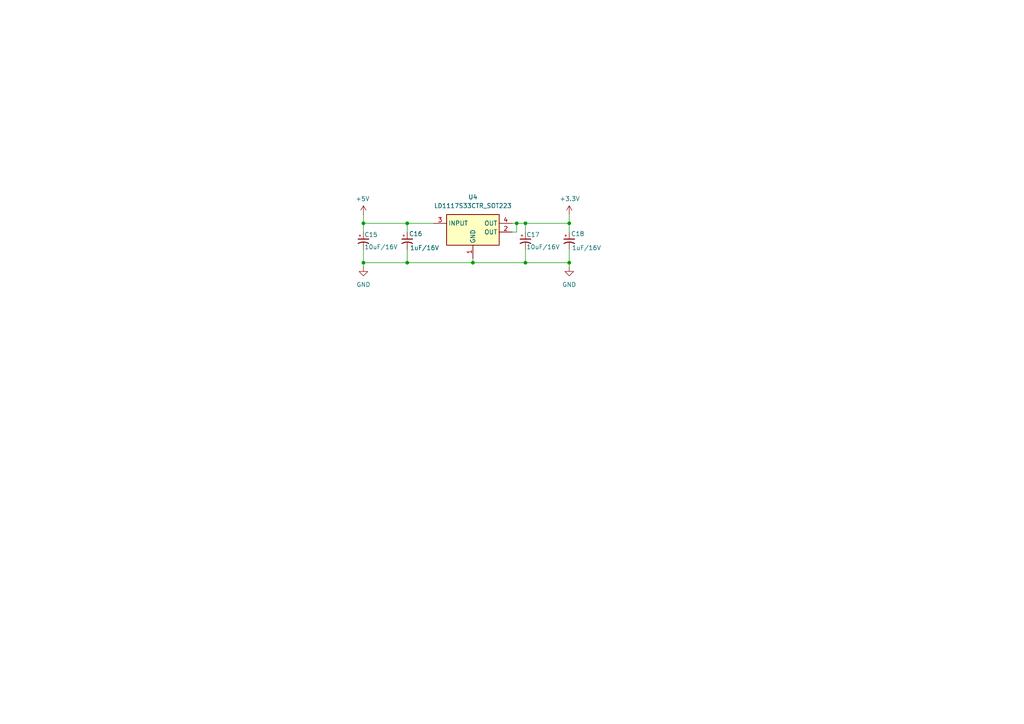
<source format=kicad_sch>
(kicad_sch
	(version 20231120)
	(generator "eeschema")
	(generator_version "8.0")
	(uuid "8fe191b0-cfb3-483a-88a9-439561f1b2d8")
	(paper "A4")
	(lib_symbols
		(symbol "charge_battery_sym_lib:Cap_Tantalum_10uF_16V"
			(pin_numbers hide)
			(pin_names
				(offset 1.016) hide)
			(exclude_from_sim no)
			(in_bom yes)
			(on_board yes)
			(property "Reference" "C"
				(at 0 3.81 0)
				(effects
					(font
						(size 1.27 1.27)
					)
					(justify left bottom)
				)
			)
			(property "Value" "10uF/16V"
				(at 0 -5.08 0)
				(effects
					(font
						(size 1.27 1.27)
					)
					(justify left bottom)
				)
			)
			(property "Footprint" "charge_battery_footprint_lib:Tan_Cap_A"
				(at -5.08 9.398 0)
				(effects
					(font
						(size 1.27 1.27)
					)
					(justify bottom)
					(hide yes)
				)
			)
			(property "Datasheet" ""
				(at 5.08 0 0)
				(effects
					(font
						(size 1.27 1.27)
					)
					(hide yes)
				)
			)
			(property "Description" "TAJA105K016RNJ"
				(at -3.048 9.906 0)
				(effects
					(font
						(size 1.27 1.27)
					)
					(hide yes)
				)
			)
			(property "Supply name" "Thegioiic"
				(at -3.048 10.668 0)
				(effects
					(font
						(size 1.27 1.27)
					)
					(hide yes)
				)
			)
			(property "Supply part number" "Tụ Tantalum 10uF 16V 2312 TAJC106K016RNJ"
				(at -4.826 10.16 0)
				(effects
					(font
						(size 1.27 1.27)
					)
					(hide yes)
				)
			)
			(property "Supply URL" "https://www.thegioiic.com/tu-tantalum-10uf-16v-2312-tajc106k016rnj"
				(at 0.254 10.668 0)
				(effects
					(font
						(size 1.27 1.27)
					)
					(hide yes)
				)
			)
			(symbol "Cap_Tantalum_10uF_16V_0_1"
				(polyline
					(pts
						(xy 1.016 -1.27) (xy 1.016 -0.762)
					)
					(stroke
						(width 0)
						(type default)
					)
					(fill
						(type none)
					)
				)
				(polyline
					(pts
						(xy 1.27 -1.016) (xy 0.762 -1.016)
					)
					(stroke
						(width 0)
						(type default)
					)
					(fill
						(type none)
					)
				)
				(polyline
					(pts
						(xy 2.032 -1.524) (xy 2.032 1.524)
					)
					(stroke
						(width 0.3048)
						(type default)
					)
					(fill
						(type none)
					)
				)
				(arc
					(start 3.302 1.524)
					(mid 2.9134 0)
					(end 3.302 -1.524)
					(stroke
						(width 0.3048)
						(type default)
					)
					(fill
						(type none)
					)
				)
			)
			(symbol "Cap_Tantalum_10uF_16V_1_1"
				(pin passive line
					(at 0 0 0)
					(length 2.032)
					(name "~"
						(effects
							(font
								(size 1.27 1.27)
							)
						)
					)
					(number "1"
						(effects
							(font
								(size 1.27 1.27)
							)
						)
					)
				)
				(pin passive line
					(at 5.08 0 180)
					(length 2.032)
					(name "~"
						(effects
							(font
								(size 1.27 1.27)
							)
						)
					)
					(number "2"
						(effects
							(font
								(size 1.27 1.27)
							)
						)
					)
				)
			)
		)
		(symbol "charge_battery_sym_lib:Cap_Tantalum_1uF_16V"
			(pin_numbers hide)
			(pin_names
				(offset 1.016) hide)
			(exclude_from_sim no)
			(in_bom yes)
			(on_board yes)
			(property "Reference" "C"
				(at 0 3.81 0)
				(effects
					(font
						(size 1.27 1.27)
					)
					(justify left bottom)
				)
			)
			(property "Value" "1uF/16V"
				(at 0 -5.08 0)
				(effects
					(font
						(size 1.27 1.27)
					)
					(justify left bottom)
				)
			)
			(property "Footprint" "charge_battery_footprint_lib:Tan_Cap_A"
				(at -3.81 10.16 0)
				(effects
					(font
						(size 1.27 1.27)
					)
					(justify bottom)
					(hide yes)
				)
			)
			(property "Datasheet" ""
				(at 5.08 0 0)
				(effects
					(font
						(size 1.27 1.27)
					)
					(hide yes)
				)
			)
			(property "Description" "TAJA105K016RNJ"
				(at -11.938 9.652 0)
				(effects
					(font
						(size 1.27 1.27)
					)
					(hide yes)
				)
			)
			(property "Supply name" "Thegioiic"
				(at -8.382 9.652 0)
				(effects
					(font
						(size 1.27 1.27)
					)
					(hide yes)
				)
			)
			(property "Supply part number" "Tụ Tantalum 1uF 16V 1206 TAJA105K016RNJ"
				(at -3.81 10.16 0)
				(effects
					(font
						(size 1.27 1.27)
					)
					(hide yes)
				)
			)
			(property "Supply URL" "https://www.thegioiic.com/tu-tantalum-1uf-16v-1206-taja105k016rnj"
				(at -3.81 10.16 0)
				(effects
					(font
						(size 1.27 1.27)
					)
					(hide yes)
				)
			)
			(symbol "Cap_Tantalum_1uF_16V_0_1"
				(polyline
					(pts
						(xy 1.016 -1.27) (xy 1.016 -0.762)
					)
					(stroke
						(width 0)
						(type default)
					)
					(fill
						(type none)
					)
				)
				(polyline
					(pts
						(xy 1.27 -1.016) (xy 0.762 -1.016)
					)
					(stroke
						(width 0)
						(type default)
					)
					(fill
						(type none)
					)
				)
				(polyline
					(pts
						(xy 2.032 -1.524) (xy 2.032 1.524)
					)
					(stroke
						(width 0.3048)
						(type default)
					)
					(fill
						(type none)
					)
				)
				(arc
					(start 3.302 1.524)
					(mid 2.9134 0)
					(end 3.302 -1.524)
					(stroke
						(width 0.3048)
						(type default)
					)
					(fill
						(type none)
					)
				)
			)
			(symbol "Cap_Tantalum_1uF_16V_1_1"
				(pin passive line
					(at 0 0 0)
					(length 2.032)
					(name "~"
						(effects
							(font
								(size 1.27 1.27)
							)
						)
					)
					(number "1"
						(effects
							(font
								(size 1.27 1.27)
							)
						)
					)
				)
				(pin passive line
					(at 5.08 0 180)
					(length 2.032)
					(name "~"
						(effects
							(font
								(size 1.27 1.27)
							)
						)
					)
					(number "2"
						(effects
							(font
								(size 1.27 1.27)
							)
						)
					)
				)
			)
		)
		(symbol "charge_battery_sym_lib:LD1117S33CTR_SOT223"
			(exclude_from_sim no)
			(in_bom yes)
			(on_board yes)
			(property "Reference" "U"
				(at 1.524 9.906 0)
				(effects
					(font
						(size 1.27 1.27)
					)
				)
			)
			(property "Value" "LD1117S33CTR_SOT223"
				(at 10.16 -1.778 0)
				(effects
					(font
						(size 1.27 1.27)
					)
					(justify left)
				)
			)
			(property "Footprint" "charge_battery_footprint_lib:SOT-223"
				(at -4.826 16.764 0)
				(effects
					(font
						(size 1.27 1.27)
					)
					(hide yes)
				)
			)
			(property "Datasheet" "https://www.st.com/content/ccc/resource/technical/document/datasheet/99/3b/7d/91/91/51/4b/be/CD00000544.pdf/files/CD00000544.pdf/jcr:content/translations/en.CD00000544.pdf"
				(at 3.81 17.272 0)
				(effects
					(font
						(size 1.27 1.27)
					)
					(hide yes)
				)
			)
			(property "Description" "800mA Fixed Low Drop Positive Voltage Regulator, Fixed Output 3.3V, SOT-223"
				(at -4.826 17.272 0)
				(effects
					(font
						(size 1.27 1.27)
					)
					(hide yes)
				)
			)
			(property "Supply name" "Thegioiic"
				(at 0 17.78 0)
				(effects
					(font
						(size 1.27 1.27)
					)
					(hide yes)
				)
			)
			(property "Supply part number" "LD1117S33CTR IC Ổn Áp 3.3V 800mA SOT-223"
				(at -6.35 17.018 0)
				(effects
					(font
						(size 1.27 1.27)
					)
					(hide yes)
				)
			)
			(property "Supply URL" "https://www.thegioiic.com/ld1117s33ctr-ic-on-ap-3-3v-800ma-sot-223"
				(at -8.89 16.764 0)
				(effects
					(font
						(size 1.27 1.27)
					)
					(hide yes)
				)
			)
			(property "ki_keywords" "REGULATOR LDO 3.3V"
				(at 0 0 0)
				(effects
					(font
						(size 1.27 1.27)
					)
					(hide yes)
				)
			)
			(property "ki_fp_filters" "SOT?223*TabPin2*"
				(at 0 0 0)
				(effects
					(font
						(size 1.27 1.27)
					)
					(hide yes)
				)
			)
			(symbol "LD1117S33CTR_SOT223_1_1"
				(rectangle
					(start 0 8.89)
					(end 15.24 0)
					(stroke
						(width 0.254)
						(type default)
					)
					(fill
						(type background)
					)
				)
				(pin power_in line
					(at 7.62 -3.81 90)
					(length 3.81)
					(name "GND"
						(effects
							(font
								(size 1.27 1.27)
							)
						)
					)
					(number "1"
						(effects
							(font
								(size 1.27 1.27)
							)
						)
					)
				)
				(pin power_in line
					(at 19.05 3.81 180)
					(length 3.81)
					(name "OUT"
						(effects
							(font
								(size 1.27 1.27)
							)
						)
					)
					(number "2"
						(effects
							(font
								(size 1.27 1.27)
							)
						)
					)
				)
				(pin power_in line
					(at -3.81 6.35 0)
					(length 3.81)
					(name "INPUT"
						(effects
							(font
								(size 1.27 1.27)
							)
						)
					)
					(number "3"
						(effects
							(font
								(size 1.27 1.27)
							)
						)
					)
				)
				(pin power_in line
					(at 19.05 6.35 180)
					(length 3.81)
					(name "OUT"
						(effects
							(font
								(size 1.27 1.27)
							)
						)
					)
					(number "4"
						(effects
							(font
								(size 1.27 1.27)
							)
						)
					)
				)
			)
		)
		(symbol "power:+3.3V"
			(power)
			(pin_numbers hide)
			(pin_names
				(offset 0) hide)
			(exclude_from_sim no)
			(in_bom yes)
			(on_board yes)
			(property "Reference" "#PWR"
				(at 0 -3.81 0)
				(effects
					(font
						(size 1.27 1.27)
					)
					(hide yes)
				)
			)
			(property "Value" "+3.3V"
				(at 0 3.556 0)
				(effects
					(font
						(size 1.27 1.27)
					)
				)
			)
			(property "Footprint" ""
				(at 0 0 0)
				(effects
					(font
						(size 1.27 1.27)
					)
					(hide yes)
				)
			)
			(property "Datasheet" ""
				(at 0 0 0)
				(effects
					(font
						(size 1.27 1.27)
					)
					(hide yes)
				)
			)
			(property "Description" "Power symbol creates a global label with name \"+3.3V\""
				(at 0 0 0)
				(effects
					(font
						(size 1.27 1.27)
					)
					(hide yes)
				)
			)
			(property "ki_keywords" "global power"
				(at 0 0 0)
				(effects
					(font
						(size 1.27 1.27)
					)
					(hide yes)
				)
			)
			(symbol "+3.3V_0_1"
				(polyline
					(pts
						(xy -0.762 1.27) (xy 0 2.54)
					)
					(stroke
						(width 0)
						(type default)
					)
					(fill
						(type none)
					)
				)
				(polyline
					(pts
						(xy 0 0) (xy 0 2.54)
					)
					(stroke
						(width 0)
						(type default)
					)
					(fill
						(type none)
					)
				)
				(polyline
					(pts
						(xy 0 2.54) (xy 0.762 1.27)
					)
					(stroke
						(width 0)
						(type default)
					)
					(fill
						(type none)
					)
				)
			)
			(symbol "+3.3V_1_1"
				(pin power_in line
					(at 0 0 90)
					(length 0)
					(name "~"
						(effects
							(font
								(size 1.27 1.27)
							)
						)
					)
					(number "1"
						(effects
							(font
								(size 1.27 1.27)
							)
						)
					)
				)
			)
		)
		(symbol "power:+5V"
			(power)
			(pin_numbers hide)
			(pin_names
				(offset 0) hide)
			(exclude_from_sim no)
			(in_bom yes)
			(on_board yes)
			(property "Reference" "#PWR"
				(at 0 -3.81 0)
				(effects
					(font
						(size 1.27 1.27)
					)
					(hide yes)
				)
			)
			(property "Value" "+5V"
				(at 0 3.556 0)
				(effects
					(font
						(size 1.27 1.27)
					)
				)
			)
			(property "Footprint" ""
				(at 0 0 0)
				(effects
					(font
						(size 1.27 1.27)
					)
					(hide yes)
				)
			)
			(property "Datasheet" ""
				(at 0 0 0)
				(effects
					(font
						(size 1.27 1.27)
					)
					(hide yes)
				)
			)
			(property "Description" "Power symbol creates a global label with name \"+5V\""
				(at 0 0 0)
				(effects
					(font
						(size 1.27 1.27)
					)
					(hide yes)
				)
			)
			(property "ki_keywords" "global power"
				(at 0 0 0)
				(effects
					(font
						(size 1.27 1.27)
					)
					(hide yes)
				)
			)
			(symbol "+5V_0_1"
				(polyline
					(pts
						(xy -0.762 1.27) (xy 0 2.54)
					)
					(stroke
						(width 0)
						(type default)
					)
					(fill
						(type none)
					)
				)
				(polyline
					(pts
						(xy 0 0) (xy 0 2.54)
					)
					(stroke
						(width 0)
						(type default)
					)
					(fill
						(type none)
					)
				)
				(polyline
					(pts
						(xy 0 2.54) (xy 0.762 1.27)
					)
					(stroke
						(width 0)
						(type default)
					)
					(fill
						(type none)
					)
				)
			)
			(symbol "+5V_1_1"
				(pin power_in line
					(at 0 0 90)
					(length 0)
					(name "~"
						(effects
							(font
								(size 1.27 1.27)
							)
						)
					)
					(number "1"
						(effects
							(font
								(size 1.27 1.27)
							)
						)
					)
				)
			)
		)
		(symbol "power:GND"
			(power)
			(pin_numbers hide)
			(pin_names
				(offset 0) hide)
			(exclude_from_sim no)
			(in_bom yes)
			(on_board yes)
			(property "Reference" "#PWR"
				(at 0 -6.35 0)
				(effects
					(font
						(size 1.27 1.27)
					)
					(hide yes)
				)
			)
			(property "Value" "GND"
				(at 0 -3.81 0)
				(effects
					(font
						(size 1.27 1.27)
					)
				)
			)
			(property "Footprint" ""
				(at 0 0 0)
				(effects
					(font
						(size 1.27 1.27)
					)
					(hide yes)
				)
			)
			(property "Datasheet" ""
				(at 0 0 0)
				(effects
					(font
						(size 1.27 1.27)
					)
					(hide yes)
				)
			)
			(property "Description" "Power symbol creates a global label with name \"GND\" , ground"
				(at 0 0 0)
				(effects
					(font
						(size 1.27 1.27)
					)
					(hide yes)
				)
			)
			(property "ki_keywords" "global power"
				(at 0 0 0)
				(effects
					(font
						(size 1.27 1.27)
					)
					(hide yes)
				)
			)
			(symbol "GND_0_1"
				(polyline
					(pts
						(xy 0 0) (xy 0 -1.27) (xy 1.27 -1.27) (xy 0 -2.54) (xy -1.27 -1.27) (xy 0 -1.27)
					)
					(stroke
						(width 0)
						(type default)
					)
					(fill
						(type none)
					)
				)
			)
			(symbol "GND_1_1"
				(pin power_in line
					(at 0 0 270)
					(length 0)
					(name "~"
						(effects
							(font
								(size 1.27 1.27)
							)
						)
					)
					(number "1"
						(effects
							(font
								(size 1.27 1.27)
							)
						)
					)
				)
			)
		)
	)
	(junction
		(at 137.16 76.2)
		(diameter 0)
		(color 0 0 0 0)
		(uuid "238e3dc8-f79f-4e7f-8ffd-e3c610f7e918")
	)
	(junction
		(at 152.4 76.2)
		(diameter 0)
		(color 0 0 0 0)
		(uuid "274464ad-bbf9-46b6-9c34-bee0bd6b26ac")
	)
	(junction
		(at 165.1 76.2)
		(diameter 0)
		(color 0 0 0 0)
		(uuid "327d2fd3-4d22-4fe0-96e1-2046eb3c457e")
	)
	(junction
		(at 165.1 64.77)
		(diameter 0)
		(color 0 0 0 0)
		(uuid "6442e48c-9d75-42aa-b735-06c767f4533e")
	)
	(junction
		(at 118.11 64.77)
		(diameter 0)
		(color 0 0 0 0)
		(uuid "6daf2e2a-5061-4b4e-9b79-c0dfb10175c9")
	)
	(junction
		(at 105.41 64.77)
		(diameter 0)
		(color 0 0 0 0)
		(uuid "950ac461-f124-41fc-9d7f-fdf05df9510e")
	)
	(junction
		(at 149.86 64.77)
		(diameter 0)
		(color 0 0 0 0)
		(uuid "ab659612-48db-49e8-9a18-d42a1316c17b")
	)
	(junction
		(at 152.4 64.77)
		(diameter 0)
		(color 0 0 0 0)
		(uuid "b1b8386a-9d30-45d1-a78d-1293050c08f6")
	)
	(junction
		(at 118.11 76.2)
		(diameter 0)
		(color 0 0 0 0)
		(uuid "c0ec34d7-e70a-4df6-a6af-33ef4d44887d")
	)
	(junction
		(at 105.41 76.2)
		(diameter 0)
		(color 0 0 0 0)
		(uuid "d6df8296-c898-41c9-a8fb-2d5924a39e4b")
	)
	(wire
		(pts
			(xy 165.1 64.77) (xy 165.1 67.31)
		)
		(stroke
			(width 0)
			(type default)
		)
		(uuid "004f0022-acf8-45dd-86fe-0eed1f71ff66")
	)
	(wire
		(pts
			(xy 152.4 64.77) (xy 165.1 64.77)
		)
		(stroke
			(width 0)
			(type default)
		)
		(uuid "041dd2d1-af15-42a6-bbdd-486fe975eb9a")
	)
	(wire
		(pts
			(xy 165.1 76.2) (xy 165.1 77.47)
		)
		(stroke
			(width 0)
			(type default)
		)
		(uuid "059a7594-2c66-48ec-8674-88e1867bae8b")
	)
	(wire
		(pts
			(xy 152.4 72.39) (xy 152.4 76.2)
		)
		(stroke
			(width 0)
			(type default)
		)
		(uuid "0b689c4e-6514-4fba-be7e-e484a46e0aac")
	)
	(wire
		(pts
			(xy 137.16 76.2) (xy 152.4 76.2)
		)
		(stroke
			(width 0)
			(type default)
		)
		(uuid "1a2a131d-9de3-4fc6-9b30-d60f72367fd3")
	)
	(wire
		(pts
			(xy 105.41 62.23) (xy 105.41 64.77)
		)
		(stroke
			(width 0)
			(type default)
		)
		(uuid "284a67b7-5b1c-4044-9c40-00a2615a9392")
	)
	(wire
		(pts
			(xy 165.1 72.39) (xy 165.1 76.2)
		)
		(stroke
			(width 0)
			(type default)
		)
		(uuid "2ade6122-e1e0-499d-b053-1014642e3706")
	)
	(wire
		(pts
			(xy 118.11 64.77) (xy 118.11 67.31)
		)
		(stroke
			(width 0)
			(type default)
		)
		(uuid "344b3744-ceae-49db-bc5b-188c27e459bf")
	)
	(wire
		(pts
			(xy 118.11 76.2) (xy 137.16 76.2)
		)
		(stroke
			(width 0)
			(type default)
		)
		(uuid "3ae1e6a0-d615-4ad6-bba8-bb853e560726")
	)
	(wire
		(pts
			(xy 118.11 72.39) (xy 118.11 76.2)
		)
		(stroke
			(width 0)
			(type default)
		)
		(uuid "3d749c18-ec13-4e9e-a6df-8dd87d67ecaf")
	)
	(wire
		(pts
			(xy 152.4 76.2) (xy 165.1 76.2)
		)
		(stroke
			(width 0)
			(type default)
		)
		(uuid "4126364c-1d7d-4153-a98b-a01ce0f738e6")
	)
	(wire
		(pts
			(xy 105.41 76.2) (xy 105.41 77.47)
		)
		(stroke
			(width 0)
			(type default)
		)
		(uuid "46684781-14a0-4e42-be60-8ba7d65fa9f4")
	)
	(wire
		(pts
			(xy 148.59 64.77) (xy 149.86 64.77)
		)
		(stroke
			(width 0)
			(type default)
		)
		(uuid "4b6b62d5-e01a-418c-97ac-969260ed19a1")
	)
	(wire
		(pts
			(xy 149.86 64.77) (xy 152.4 64.77)
		)
		(stroke
			(width 0)
			(type default)
		)
		(uuid "4fd6b124-f287-4bd1-8d41-0aa3d6a56080")
	)
	(wire
		(pts
			(xy 105.41 64.77) (xy 105.41 67.31)
		)
		(stroke
			(width 0)
			(type default)
		)
		(uuid "5dd209a7-3932-4d61-b203-a774e10f5893")
	)
	(wire
		(pts
			(xy 105.41 64.77) (xy 118.11 64.77)
		)
		(stroke
			(width 0)
			(type default)
		)
		(uuid "7a502e07-b712-479a-977a-f73b20d30c8f")
	)
	(wire
		(pts
			(xy 149.86 64.77) (xy 149.86 67.31)
		)
		(stroke
			(width 0)
			(type default)
		)
		(uuid "7b59d29c-39aa-42a1-9339-fd99ab2d3db6")
	)
	(wire
		(pts
			(xy 125.73 64.77) (xy 118.11 64.77)
		)
		(stroke
			(width 0)
			(type default)
		)
		(uuid "ac89821e-201c-49b0-9728-cc6ebde54067")
	)
	(wire
		(pts
			(xy 152.4 64.77) (xy 152.4 67.31)
		)
		(stroke
			(width 0)
			(type default)
		)
		(uuid "aed212a3-dbe9-4e7d-b8f9-dd31d5b1c518")
	)
	(wire
		(pts
			(xy 105.41 72.39) (xy 105.41 76.2)
		)
		(stroke
			(width 0)
			(type default)
		)
		(uuid "b726951e-2343-4503-89f6-874b99719590")
	)
	(wire
		(pts
			(xy 165.1 62.23) (xy 165.1 64.77)
		)
		(stroke
			(width 0)
			(type default)
		)
		(uuid "c83d7769-4d7e-4d7f-8aad-88f99fc33ea4")
	)
	(wire
		(pts
			(xy 105.41 76.2) (xy 118.11 76.2)
		)
		(stroke
			(width 0)
			(type default)
		)
		(uuid "debd6afa-459b-492b-962c-1ed06c358617")
	)
	(wire
		(pts
			(xy 148.59 67.31) (xy 149.86 67.31)
		)
		(stroke
			(width 0)
			(type default)
		)
		(uuid "ee5be345-9ce0-4dfb-b682-01a10d2a1bd5")
	)
	(wire
		(pts
			(xy 137.16 74.93) (xy 137.16 76.2)
		)
		(stroke
			(width 0)
			(type default)
		)
		(uuid "eee2782e-eaac-4448-b12e-b7bd8bb9fca2")
	)
	(symbol
		(lib_id "charge_battery_sym_lib:Cap_Tantalum_10uF_16V")
		(at 105.41 67.31 270)
		(unit 1)
		(exclude_from_sim no)
		(in_bom yes)
		(on_board yes)
		(dnp no)
		(uuid "209b0f1f-b0d5-4b00-b99d-14bf1df4713b")
		(property "Reference" "C15"
			(at 105.664 68.072 90)
			(effects
				(font
					(size 1.27 1.27)
				)
				(justify left)
			)
		)
		(property "Value" "10uF/16V"
			(at 105.664 71.628 90)
			(effects
				(font
					(size 1.27 1.27)
				)
				(justify left)
			)
		)
		(property "Footprint" "charge_battery_footprint_lib:Tan_Cap_A"
			(at 114.808 62.23 0)
			(effects
				(font
					(size 1.27 1.27)
				)
				(justify bottom)
				(hide yes)
			)
		)
		(property "Datasheet" ""
			(at 105.41 72.39 0)
			(effects
				(font
					(size 1.27 1.27)
				)
				(hide yes)
			)
		)
		(property "Description" "TAJA105K016RNJ"
			(at 115.316 64.262 0)
			(effects
				(font
					(size 1.27 1.27)
				)
				(hide yes)
			)
		)
		(property "Supply name" "Thegioiic"
			(at 116.078 64.262 0)
			(effects
				(font
					(size 1.27 1.27)
				)
				(hide yes)
			)
		)
		(property "Supply part number" "Tụ Tantalum 10uF 16V 2312 TAJC106K016RNJ"
			(at 115.57 62.484 0)
			(effects
				(font
					(size 1.27 1.27)
				)
				(hide yes)
			)
		)
		(property "Supply URL" "https://www.thegioiic.com/tu-tantalum-10uf-16v-2312-tajc106k016rnj"
			(at 116.078 67.564 0)
			(effects
				(font
					(size 1.27 1.27)
				)
				(hide yes)
			)
		)
		(pin "2"
			(uuid "7a38d489-e2cd-4a8a-ae97-fe987896ba5b")
		)
		(pin "1"
			(uuid "37e12956-ae6a-451c-b9c3-8f5a5d7913bc")
		)
		(instances
			(project "Test_Power"
				(path "/bed56751-0368-46a4-8fc4-9436737d1464/6777a975-1aea-4417-85ad-c2c2e0f4722d"
					(reference "C15")
					(unit 1)
				)
			)
		)
	)
	(symbol
		(lib_id "charge_battery_sym_lib:Cap_Tantalum_1uF_16V")
		(at 165.1 67.31 270)
		(unit 1)
		(exclude_from_sim no)
		(in_bom yes)
		(on_board yes)
		(dnp no)
		(uuid "3b191995-a15d-4758-b05d-18221fb22efe")
		(property "Reference" "C18"
			(at 165.608 67.818 90)
			(effects
				(font
					(size 1.27 1.27)
				)
				(justify left)
			)
		)
		(property "Value" "1uF/16V"
			(at 165.862 71.882 90)
			(effects
				(font
					(size 1.27 1.27)
				)
				(justify left)
			)
		)
		(property "Footprint" "charge_battery_footprint_lib:Tan_Cap_A"
			(at 175.26 63.5 0)
			(effects
				(font
					(size 1.27 1.27)
				)
				(justify bottom)
				(hide yes)
			)
		)
		(property "Datasheet" ""
			(at 165.1 72.39 0)
			(effects
				(font
					(size 1.27 1.27)
				)
				(hide yes)
			)
		)
		(property "Description" "TAJA105K016RNJ"
			(at 174.752 55.372 0)
			(effects
				(font
					(size 1.27 1.27)
				)
				(hide yes)
			)
		)
		(property "Supply name" "Thegioiic"
			(at 174.752 58.928 0)
			(effects
				(font
					(size 1.27 1.27)
				)
				(hide yes)
			)
		)
		(property "Supply part number" "Tụ Tantalum 1uF 16V 1206 TAJA105K016RNJ"
			(at 175.26 63.5 0)
			(effects
				(font
					(size 1.27 1.27)
				)
				(hide yes)
			)
		)
		(property "Supply URL" "https://www.thegioiic.com/tu-tantalum-1uf-16v-1206-taja105k016rnj"
			(at 175.26 63.5 0)
			(effects
				(font
					(size 1.27 1.27)
				)
				(hide yes)
			)
		)
		(pin "2"
			(uuid "460063f8-59f3-4b26-9681-272de4ce4d14")
		)
		(pin "1"
			(uuid "f075812a-9084-4921-a540-f483245e3c59")
		)
		(instances
			(project "Test_Power"
				(path "/bed56751-0368-46a4-8fc4-9436737d1464/6777a975-1aea-4417-85ad-c2c2e0f4722d"
					(reference "C18")
					(unit 1)
				)
			)
		)
	)
	(symbol
		(lib_id "power:GND")
		(at 105.41 77.47 0)
		(unit 1)
		(exclude_from_sim no)
		(in_bom yes)
		(on_board yes)
		(dnp no)
		(fields_autoplaced yes)
		(uuid "444d07f3-c2b6-42fa-a52a-78c0c1a8f89b")
		(property "Reference" "#PWR017"
			(at 105.41 83.82 0)
			(effects
				(font
					(size 1.27 1.27)
				)
				(hide yes)
			)
		)
		(property "Value" "GND"
			(at 105.41 82.55 0)
			(effects
				(font
					(size 1.27 1.27)
				)
			)
		)
		(property "Footprint" ""
			(at 105.41 77.47 0)
			(effects
				(font
					(size 1.27 1.27)
				)
				(hide yes)
			)
		)
		(property "Datasheet" ""
			(at 105.41 77.47 0)
			(effects
				(font
					(size 1.27 1.27)
				)
				(hide yes)
			)
		)
		(property "Description" "Power symbol creates a global label with name \"GND\" , ground"
			(at 105.41 77.47 0)
			(effects
				(font
					(size 1.27 1.27)
				)
				(hide yes)
			)
		)
		(pin "1"
			(uuid "2e5654cf-07ba-4334-bda8-63718ebb0c8a")
		)
		(instances
			(project "Test_Power"
				(path "/bed56751-0368-46a4-8fc4-9436737d1464/6777a975-1aea-4417-85ad-c2c2e0f4722d"
					(reference "#PWR017")
					(unit 1)
				)
			)
		)
	)
	(symbol
		(lib_id "charge_battery_sym_lib:LD1117S33CTR_SOT223")
		(at 129.54 71.12 0)
		(unit 1)
		(exclude_from_sim no)
		(in_bom yes)
		(on_board yes)
		(dnp no)
		(fields_autoplaced yes)
		(uuid "6c5ed1a2-21ad-4bb1-b1ae-6e28ba62ce5d")
		(property "Reference" "U4"
			(at 137.16 57.15 0)
			(effects
				(font
					(size 1.27 1.27)
				)
			)
		)
		(property "Value" "LD1117S33CTR_SOT223"
			(at 137.16 59.69 0)
			(effects
				(font
					(size 1.27 1.27)
				)
			)
		)
		(property "Footprint" "charge_battery_footprint_lib:SOT-223"
			(at 124.714 54.356 0)
			(effects
				(font
					(size 1.27 1.27)
				)
				(hide yes)
			)
		)
		(property "Datasheet" "https://www.st.com/content/ccc/resource/technical/document/datasheet/99/3b/7d/91/91/51/4b/be/CD00000544.pdf/files/CD00000544.pdf/jcr:content/translations/en.CD00000544.pdf"
			(at 133.35 53.848 0)
			(effects
				(font
					(size 1.27 1.27)
				)
				(hide yes)
			)
		)
		(property "Description" "800mA Fixed Low Drop Positive Voltage Regulator, Fixed Output 3.3V, SOT-223"
			(at 124.714 53.848 0)
			(effects
				(font
					(size 1.27 1.27)
				)
				(hide yes)
			)
		)
		(property "Supply name" "Thegioiic"
			(at 129.54 53.34 0)
			(effects
				(font
					(size 1.27 1.27)
				)
				(hide yes)
			)
		)
		(property "Supply part number" "LD1117S33CTR IC Ổn Áp 3.3V 800mA SOT-223"
			(at 123.19 54.102 0)
			(effects
				(font
					(size 1.27 1.27)
				)
				(hide yes)
			)
		)
		(property "Supply URL" "https://www.thegioiic.com/ld1117s33ctr-ic-on-ap-3-3v-800ma-sot-223"
			(at 120.65 54.356 0)
			(effects
				(font
					(size 1.27 1.27)
				)
				(hide yes)
			)
		)
		(pin "3"
			(uuid "1fd81c92-e7fb-49b9-82f7-b4ba2e092f4a")
		)
		(pin "1"
			(uuid "12eed88f-f198-4d1b-b716-577109545765")
		)
		(pin "2"
			(uuid "1b523fc9-73aa-438f-8876-8869260b95e9")
		)
		(pin "4"
			(uuid "b63a7e7f-af20-4825-b19d-79bbc68f1f65")
		)
		(instances
			(project "Test_Power"
				(path "/bed56751-0368-46a4-8fc4-9436737d1464/6777a975-1aea-4417-85ad-c2c2e0f4722d"
					(reference "U4")
					(unit 1)
				)
			)
		)
	)
	(symbol
		(lib_id "power:+3.3V")
		(at 165.1 62.23 0)
		(unit 1)
		(exclude_from_sim no)
		(in_bom yes)
		(on_board yes)
		(dnp no)
		(uuid "83f82bfb-c84b-4843-84fe-8a4e85855b44")
		(property "Reference" "#PWR018"
			(at 165.1 66.04 0)
			(effects
				(font
					(size 1.27 1.27)
				)
				(hide yes)
			)
		)
		(property "Value" "+3.3V"
			(at 162.306 57.658 0)
			(effects
				(font
					(size 1.27 1.27)
				)
				(justify left)
			)
		)
		(property "Footprint" ""
			(at 165.1 62.23 0)
			(effects
				(font
					(size 1.27 1.27)
				)
				(hide yes)
			)
		)
		(property "Datasheet" ""
			(at 165.1 62.23 0)
			(effects
				(font
					(size 1.27 1.27)
				)
				(hide yes)
			)
		)
		(property "Description" "Power symbol creates a global label with name \"+3.3V\""
			(at 165.1 62.23 0)
			(effects
				(font
					(size 1.27 1.27)
				)
				(hide yes)
			)
		)
		(pin "1"
			(uuid "46bf17b1-f3c5-4d6b-8a7b-53184eb8c266")
		)
		(instances
			(project "Test_Power"
				(path "/bed56751-0368-46a4-8fc4-9436737d1464/6777a975-1aea-4417-85ad-c2c2e0f4722d"
					(reference "#PWR018")
					(unit 1)
				)
			)
		)
	)
	(symbol
		(lib_id "charge_battery_sym_lib:Cap_Tantalum_10uF_16V")
		(at 152.4 67.31 270)
		(unit 1)
		(exclude_from_sim no)
		(in_bom yes)
		(on_board yes)
		(dnp no)
		(uuid "87677b69-caf1-42dc-9906-2ba174b51ae6")
		(property "Reference" "C17"
			(at 152.654 68.072 90)
			(effects
				(font
					(size 1.27 1.27)
				)
				(justify left)
			)
		)
		(property "Value" "10uF/16V"
			(at 152.654 71.628 90)
			(effects
				(font
					(size 1.27 1.27)
				)
				(justify left)
			)
		)
		(property "Footprint" "charge_battery_footprint_lib:Tan_Cap_A"
			(at 161.798 62.23 0)
			(effects
				(font
					(size 1.27 1.27)
				)
				(justify bottom)
				(hide yes)
			)
		)
		(property "Datasheet" ""
			(at 152.4 72.39 0)
			(effects
				(font
					(size 1.27 1.27)
				)
				(hide yes)
			)
		)
		(property "Description" "TAJA105K016RNJ"
			(at 162.306 64.262 0)
			(effects
				(font
					(size 1.27 1.27)
				)
				(hide yes)
			)
		)
		(property "Supply name" "Thegioiic"
			(at 163.068 64.262 0)
			(effects
				(font
					(size 1.27 1.27)
				)
				(hide yes)
			)
		)
		(property "Supply part number" "Tụ Tantalum 10uF 16V 2312 TAJC106K016RNJ"
			(at 162.56 62.484 0)
			(effects
				(font
					(size 1.27 1.27)
				)
				(hide yes)
			)
		)
		(property "Supply URL" "https://www.thegioiic.com/tu-tantalum-10uf-16v-2312-tajc106k016rnj"
			(at 163.068 67.564 0)
			(effects
				(font
					(size 1.27 1.27)
				)
				(hide yes)
			)
		)
		(pin "2"
			(uuid "a56b078d-f8c9-4c02-8059-68b2ce650056")
		)
		(pin "1"
			(uuid "1b0c7f82-2948-4a3d-8559-b32d238223bc")
		)
		(instances
			(project "Test_Power"
				(path "/bed56751-0368-46a4-8fc4-9436737d1464/6777a975-1aea-4417-85ad-c2c2e0f4722d"
					(reference "C17")
					(unit 1)
				)
			)
		)
	)
	(symbol
		(lib_id "charge_battery_sym_lib:Cap_Tantalum_1uF_16V")
		(at 118.11 67.31 270)
		(unit 1)
		(exclude_from_sim no)
		(in_bom yes)
		(on_board yes)
		(dnp no)
		(uuid "881eac37-f8cd-4389-9b5f-84299928a9c4")
		(property "Reference" "C16"
			(at 118.618 67.818 90)
			(effects
				(font
					(size 1.27 1.27)
				)
				(justify left)
			)
		)
		(property "Value" "1uF/16V"
			(at 118.872 71.882 90)
			(effects
				(font
					(size 1.27 1.27)
				)
				(justify left)
			)
		)
		(property "Footprint" "charge_battery_footprint_lib:Tan_Cap_A"
			(at 128.27 63.5 0)
			(effects
				(font
					(size 1.27 1.27)
				)
				(justify bottom)
				(hide yes)
			)
		)
		(property "Datasheet" ""
			(at 118.11 72.39 0)
			(effects
				(font
					(size 1.27 1.27)
				)
				(hide yes)
			)
		)
		(property "Description" "TAJA105K016RNJ"
			(at 127.762 55.372 0)
			(effects
				(font
					(size 1.27 1.27)
				)
				(hide yes)
			)
		)
		(property "Supply name" "Thegioiic"
			(at 127.762 58.928 0)
			(effects
				(font
					(size 1.27 1.27)
				)
				(hide yes)
			)
		)
		(property "Supply part number" "Tụ Tantalum 1uF 16V 1206 TAJA105K016RNJ"
			(at 128.27 63.5 0)
			(effects
				(font
					(size 1.27 1.27)
				)
				(hide yes)
			)
		)
		(property "Supply URL" "https://www.thegioiic.com/tu-tantalum-1uf-16v-1206-taja105k016rnj"
			(at 128.27 63.5 0)
			(effects
				(font
					(size 1.27 1.27)
				)
				(hide yes)
			)
		)
		(pin "2"
			(uuid "67fdba0f-822c-474a-a585-e34aa26bddf2")
		)
		(pin "1"
			(uuid "f2e242ec-947d-4607-99cc-8d076726dfae")
		)
		(instances
			(project "Test_Power"
				(path "/bed56751-0368-46a4-8fc4-9436737d1464/6777a975-1aea-4417-85ad-c2c2e0f4722d"
					(reference "C16")
					(unit 1)
				)
			)
		)
	)
	(symbol
		(lib_id "power:GND")
		(at 165.1 77.47 0)
		(unit 1)
		(exclude_from_sim no)
		(in_bom yes)
		(on_board yes)
		(dnp no)
		(fields_autoplaced yes)
		(uuid "8e2e1334-f021-4bac-bd5c-c59ce7f8480e")
		(property "Reference" "#PWR019"
			(at 165.1 83.82 0)
			(effects
				(font
					(size 1.27 1.27)
				)
				(hide yes)
			)
		)
		(property "Value" "GND"
			(at 165.1 82.55 0)
			(effects
				(font
					(size 1.27 1.27)
				)
			)
		)
		(property "Footprint" ""
			(at 165.1 77.47 0)
			(effects
				(font
					(size 1.27 1.27)
				)
				(hide yes)
			)
		)
		(property "Datasheet" ""
			(at 165.1 77.47 0)
			(effects
				(font
					(size 1.27 1.27)
				)
				(hide yes)
			)
		)
		(property "Description" "Power symbol creates a global label with name \"GND\" , ground"
			(at 165.1 77.47 0)
			(effects
				(font
					(size 1.27 1.27)
				)
				(hide yes)
			)
		)
		(pin "1"
			(uuid "30d07d64-5b27-4dfd-849d-41cdf1501b62")
		)
		(instances
			(project "Test_Power"
				(path "/bed56751-0368-46a4-8fc4-9436737d1464/6777a975-1aea-4417-85ad-c2c2e0f4722d"
					(reference "#PWR019")
					(unit 1)
				)
			)
		)
	)
	(symbol
		(lib_id "power:+5V")
		(at 105.41 62.23 0)
		(unit 1)
		(exclude_from_sim no)
		(in_bom yes)
		(on_board yes)
		(dnp no)
		(uuid "cfd28840-ded4-4143-9684-817ab941f543")
		(property "Reference" "#PWR016"
			(at 105.41 66.04 0)
			(effects
				(font
					(size 1.27 1.27)
				)
				(hide yes)
			)
		)
		(property "Value" "+5V"
			(at 103.124 57.658 0)
			(effects
				(font
					(size 1.27 1.27)
				)
				(justify left)
			)
		)
		(property "Footprint" ""
			(at 105.41 62.23 0)
			(effects
				(font
					(size 1.27 1.27)
				)
				(hide yes)
			)
		)
		(property "Datasheet" ""
			(at 105.41 62.23 0)
			(effects
				(font
					(size 1.27 1.27)
				)
				(hide yes)
			)
		)
		(property "Description" "Power symbol creates a global label with name \"+5V\""
			(at 105.41 62.23 0)
			(effects
				(font
					(size 1.27 1.27)
				)
				(hide yes)
			)
		)
		(pin "1"
			(uuid "23d8268b-fde7-4708-8e5f-05b69536e969")
		)
		(instances
			(project "Test_Power"
				(path "/bed56751-0368-46a4-8fc4-9436737d1464/6777a975-1aea-4417-85ad-c2c2e0f4722d"
					(reference "#PWR016")
					(unit 1)
				)
			)
		)
	)
)

</source>
